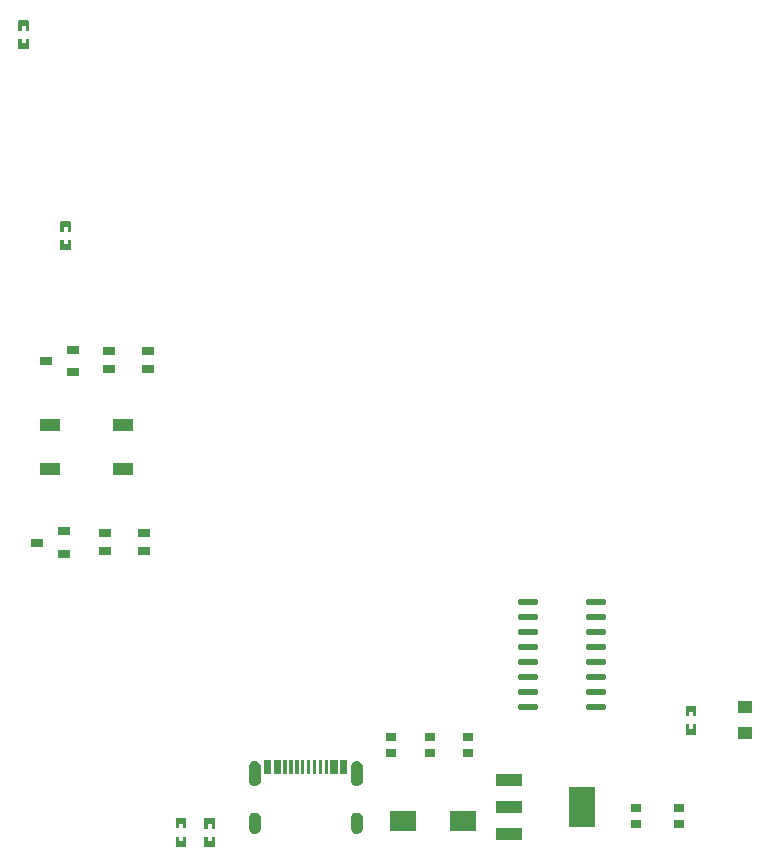
<source format=gtp>
G04*
G04 #@! TF.GenerationSoftware,Altium Limited,Altium Designer,24.6.1 (21)*
G04*
G04 Layer_Color=8421504*
%FSLAX25Y25*%
%MOIN*%
G70*
G04*
G04 #@! TF.SameCoordinates,EDD53237-EAC9-4869-82B0-0CFB14AF029E*
G04*
G04*
G04 #@! TF.FilePolarity,Positive*
G04*
G01*
G75*
%ADD18R,0.07087X0.04331*%
%ADD19O,0.06870X0.02205*%
%ADD20R,0.03937X0.02953*%
%ADD21R,0.03937X0.03150*%
%ADD22R,0.08661X0.06693*%
%ADD23R,0.08661X0.13780*%
%ADD24R,0.08661X0.04331*%
%ADD25R,0.03543X0.03150*%
%ADD26R,0.04921X0.03937*%
G36*
X147272Y378705D02*
Y375594D01*
X147075Y375398D01*
X146177D01*
Y376894D01*
X144878D01*
Y375398D01*
X143925D01*
X143728Y375594D01*
Y378705D01*
X143925Y378902D01*
X147075D01*
X147272Y378705D01*
D02*
G37*
G36*
Y372445D02*
Y369295D01*
X147075Y369098D01*
X143925D01*
X143728Y369295D01*
Y372445D01*
X143925Y372642D01*
X144878D01*
Y371185D01*
X146177D01*
Y372642D01*
X147075D01*
X147272Y372445D01*
D02*
G37*
G36*
X161272Y311705D02*
Y308555D01*
X161075Y308358D01*
X160122D01*
Y309815D01*
X158823D01*
Y308358D01*
X157925D01*
X157728Y308555D01*
Y311705D01*
X157925Y311902D01*
X161075D01*
X161272Y311705D01*
D02*
G37*
G36*
Y305406D02*
Y302295D01*
X161075Y302098D01*
X157925D01*
X157728Y302295D01*
Y305406D01*
X157925Y305602D01*
X158823D01*
Y304106D01*
X160122D01*
Y305602D01*
X161075D01*
X161272Y305406D01*
D02*
G37*
G36*
X369772Y150205D02*
Y147094D01*
X369575Y146898D01*
X368677D01*
Y148394D01*
X367378D01*
Y146898D01*
X366425D01*
X366228Y147094D01*
Y150205D01*
X366425Y150401D01*
X369575D01*
X369772Y150205D01*
D02*
G37*
G36*
Y143945D02*
Y140795D01*
X369575Y140598D01*
X366425D01*
X366228Y140795D01*
Y143945D01*
X366425Y144142D01*
X367378D01*
Y142685D01*
X368677D01*
Y144142D01*
X369575D01*
X369772Y143945D01*
D02*
G37*
G36*
X253280Y127577D02*
X252099D01*
Y127577D01*
X250918D01*
Y132104D01*
X253280D01*
Y127577D01*
D02*
G37*
G36*
X250130Y127577D02*
X247767D01*
Y132104D01*
X250130D01*
Y127577D01*
D02*
G37*
G36*
X246981D02*
X245799D01*
Y132104D01*
X246981D01*
Y127577D01*
D02*
G37*
G36*
X245012D02*
X243830D01*
Y132104D01*
X245012D01*
Y127577D01*
D02*
G37*
G36*
X243044D02*
X241863D01*
Y132104D01*
X243044D01*
Y127577D01*
D02*
G37*
G36*
X241075D02*
X239894D01*
Y132104D01*
X241075D01*
Y127577D01*
D02*
G37*
G36*
X239107D02*
X237926D01*
Y132104D01*
X239107D01*
Y127577D01*
D02*
G37*
G36*
X237138D02*
X235957D01*
Y132104D01*
X237138D01*
Y127577D01*
D02*
G37*
G36*
X235170D02*
X233988D01*
Y132104D01*
X235170D01*
Y127577D01*
D02*
G37*
G36*
X233201D02*
X232019D01*
Y132104D01*
X233201D01*
Y127577D01*
D02*
G37*
G36*
X231233D02*
X228871D01*
Y132104D01*
X231233D01*
Y127577D01*
D02*
G37*
G36*
X228083D02*
X225721D01*
Y132104D01*
X228083D01*
Y127577D01*
D02*
G37*
G36*
X257623Y131451D02*
X258177Y130897D01*
X258476Y130173D01*
Y129782D01*
Y125451D01*
Y125059D01*
X258177Y124336D01*
X257623Y123782D01*
X256899Y123483D01*
X256116D01*
X255393Y123782D01*
X254839Y124336D01*
X254539Y125059D01*
Y125451D01*
Y129782D01*
Y130173D01*
X254839Y130897D01*
X255393Y131451D01*
X256116Y131750D01*
X256899D01*
X257623Y131451D01*
D02*
G37*
G36*
X223607D02*
X224161Y130897D01*
X224461Y130173D01*
Y129782D01*
Y125451D01*
Y125059D01*
X224161Y124336D01*
X223607Y123782D01*
X222884Y123483D01*
X222100D01*
X221377Y123782D01*
X220823Y124336D01*
X220524Y125059D01*
Y125451D01*
Y129782D01*
Y130173D01*
X220823Y130897D01*
X221377Y131451D01*
X222100Y131750D01*
X222884D01*
X223607Y131451D01*
D02*
G37*
G36*
X199772Y112739D02*
Y109628D01*
X199575Y109432D01*
X198677D01*
Y110928D01*
X197378D01*
Y109432D01*
X196425D01*
X196228Y109628D01*
Y112739D01*
X196425Y112935D01*
X199575D01*
X199772Y112739D01*
D02*
G37*
G36*
X209272Y112739D02*
Y109589D01*
X209075Y109392D01*
X208122D01*
Y110849D01*
X206823D01*
Y109392D01*
X205925D01*
X205728Y109589D01*
Y112739D01*
X205925Y112936D01*
X209075D01*
X209272Y112739D01*
D02*
G37*
G36*
X257623Y114403D02*
X258177Y113849D01*
X258476Y113126D01*
Y112734D01*
Y109585D01*
Y109193D01*
X258177Y108470D01*
X257623Y107916D01*
X256899Y107616D01*
X256116D01*
X255393Y107916D01*
X254839Y108470D01*
X254539Y109193D01*
Y109585D01*
Y112734D01*
Y113126D01*
X254839Y113849D01*
X255393Y114403D01*
X256116Y114703D01*
X256899D01*
X257623Y114403D01*
D02*
G37*
G36*
X223607D02*
X224161Y113849D01*
X224461Y113126D01*
Y112734D01*
Y109585D01*
Y109193D01*
X224161Y108470D01*
X223607Y107916D01*
X222884Y107616D01*
X222100D01*
X221377Y107916D01*
X220823Y108470D01*
X220524Y109193D01*
Y109585D01*
Y112734D01*
Y113126D01*
X220823Y113849D01*
X221377Y114403D01*
X222100Y114703D01*
X222884D01*
X223607Y114403D01*
D02*
G37*
G36*
X199772Y106479D02*
Y103329D01*
X199575Y103132D01*
X196425D01*
X196228Y103329D01*
Y106479D01*
X196425Y106676D01*
X197378D01*
Y105219D01*
X198677D01*
Y106676D01*
X199575D01*
X199772Y106479D01*
D02*
G37*
G36*
X209272Y106440D02*
Y103329D01*
X209075Y103132D01*
X205925D01*
X205728Y103329D01*
Y106440D01*
X205925Y106636D01*
X206823D01*
Y105140D01*
X208122D01*
Y106636D01*
X209075D01*
X209272Y106440D01*
D02*
G37*
D18*
X154295Y243783D02*
D03*
X178705D02*
D03*
X154295Y229217D02*
D03*
X178705D02*
D03*
D19*
X313691Y185000D02*
D03*
Y180000D02*
D03*
Y175000D02*
D03*
Y170000D02*
D03*
Y165000D02*
D03*
Y160000D02*
D03*
Y155000D02*
D03*
X336309Y185000D02*
D03*
Y180000D02*
D03*
Y150000D02*
D03*
Y160000D02*
D03*
Y155000D02*
D03*
Y170000D02*
D03*
Y175000D02*
D03*
Y165000D02*
D03*
X313691Y150000D02*
D03*
D20*
X187000Y268453D02*
D03*
X185500Y207953D02*
D03*
X172500Y202047D02*
D03*
X185500D02*
D03*
X174000Y262547D02*
D03*
X187000D02*
D03*
X172500Y207953D02*
D03*
X174000Y268453D02*
D03*
D21*
X159028Y200931D02*
D03*
X149972Y204671D02*
D03*
X162028Y261431D02*
D03*
X152972Y265171D02*
D03*
X162028Y268911D02*
D03*
X159028Y208411D02*
D03*
D22*
X271900Y112000D02*
D03*
X292100D02*
D03*
D23*
X331700Y116500D02*
D03*
D24*
X307300D02*
D03*
Y107445D02*
D03*
Y125555D02*
D03*
D25*
X349500Y116256D02*
D03*
X364000D02*
D03*
X293500Y140000D02*
D03*
X281000Y134488D02*
D03*
X268000D02*
D03*
X281000Y140000D02*
D03*
X268000D02*
D03*
X349500Y110744D02*
D03*
X364000D02*
D03*
X293500Y134488D02*
D03*
D26*
X386000Y149831D02*
D03*
Y141169D02*
D03*
M02*

</source>
